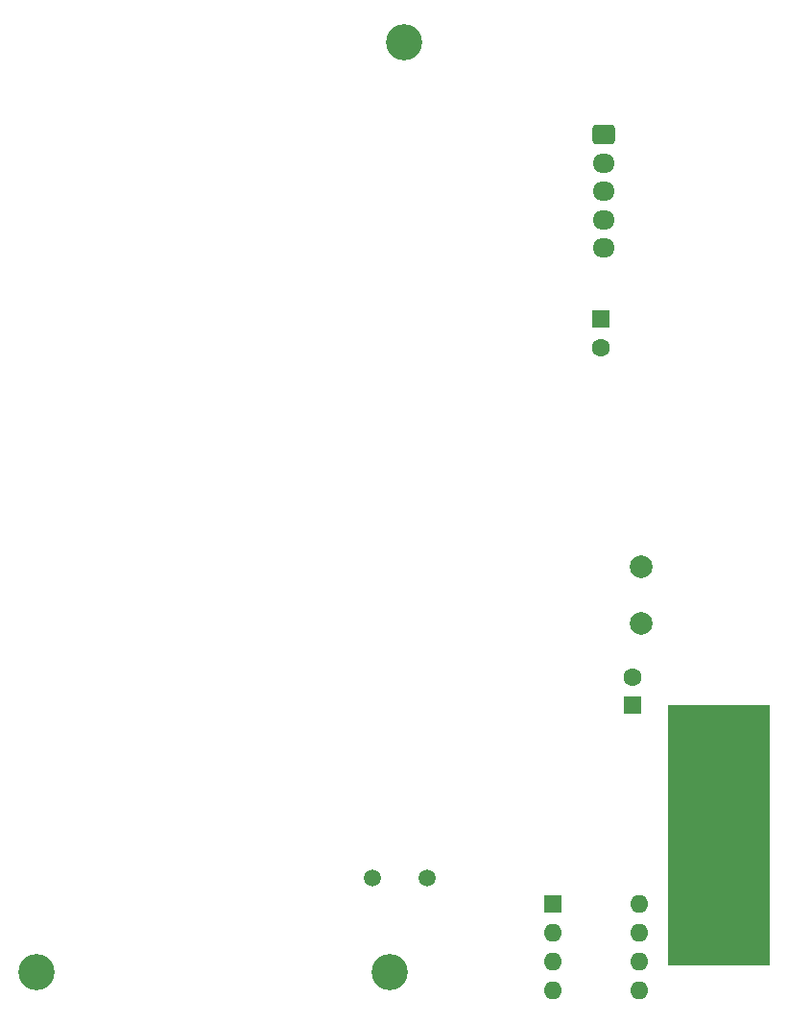
<source format=gbr>
%TF.GenerationSoftware,KiCad,Pcbnew,7.0.5*%
%TF.CreationDate,2024-09-11T17:05:46+02:00*%
%TF.ProjectId,ModuleController,4d6f6475-6c65-4436-9f6e-74726f6c6c65,rev?*%
%TF.SameCoordinates,Original*%
%TF.FileFunction,Soldermask,Bot*%
%TF.FilePolarity,Negative*%
%FSLAX46Y46*%
G04 Gerber Fmt 4.6, Leading zero omitted, Abs format (unit mm)*
G04 Created by KiCad (PCBNEW 7.0.5) date 2024-09-11 17:05:46*
%MOMM*%
%LPD*%
G01*
G04 APERTURE LIST*
G04 Aperture macros list*
%AMRoundRect*
0 Rectangle with rounded corners*
0 $1 Rounding radius*
0 $2 $3 $4 $5 $6 $7 $8 $9 X,Y pos of 4 corners*
0 Add a 4 corners polygon primitive as box body*
4,1,4,$2,$3,$4,$5,$6,$7,$8,$9,$2,$3,0*
0 Add four circle primitives for the rounded corners*
1,1,$1+$1,$2,$3*
1,1,$1+$1,$4,$5*
1,1,$1+$1,$6,$7*
1,1,$1+$1,$8,$9*
0 Add four rect primitives between the rounded corners*
20,1,$1+$1,$2,$3,$4,$5,0*
20,1,$1+$1,$4,$5,$6,$7,0*
20,1,$1+$1,$6,$7,$8,$9,0*
20,1,$1+$1,$8,$9,$2,$3,0*%
G04 Aperture macros list end*
%ADD10C,0.100000*%
%ADD11C,2.000000*%
%ADD12C,3.200000*%
%ADD13RoundRect,0.900000X3.384000X-1.132000X3.384000X1.132000X-3.384000X1.132000X-3.384000X-1.132000X0*%
%ADD14O,8.500000X1.524000*%
%ADD15O,1.950000X1.700000*%
%ADD16RoundRect,0.250000X-0.725000X0.600000X-0.725000X-0.600000X0.725000X-0.600000X0.725000X0.600000X0*%
%ADD17C,1.600000*%
%ADD18R,1.600000X1.600000*%
%ADD19C,1.500000*%
%ADD20O,1.600000X1.600000*%
G04 APERTURE END LIST*
D10*
%TO.C,J6*%
X145857000Y-121920000D02*
X154747000Y-121920000D01*
X154747000Y-121920000D02*
X154747000Y-99060000D01*
X154747000Y-99060000D02*
X145857000Y-99060000D01*
X145857000Y-99060000D02*
X145857000Y-121920000D01*
G36*
X145857000Y-121920000D02*
G01*
X154747000Y-121920000D01*
X154747000Y-99060000D01*
X145857000Y-99060000D01*
X145857000Y-121920000D01*
G37*
%TD*%
D11*
%TO.C,F1*%
X143510000Y-91868000D03*
X143510000Y-86868000D03*
%TD*%
D12*
%TO.C,H3*%
X122555000Y-40640000D03*
%TD*%
%TO.C,H2*%
X90170000Y-122555000D03*
%TD*%
%TO.C,H1*%
X121285000Y-122555000D03*
%TD*%
D13*
%TO.C,J6*%
X150209000Y-102870000D03*
D14*
X150175000Y-106680000D03*
X150175000Y-109220000D03*
X150175000Y-111760000D03*
X150175000Y-114300000D03*
X150175000Y-116840000D03*
X150175000Y-119380000D03*
D13*
X150209000Y-102870000D03*
%TD*%
D15*
%TO.C,J1*%
X140208000Y-58768000D03*
X140208000Y-56268000D03*
X140208000Y-53768000D03*
X140208000Y-51268000D03*
D16*
X140208000Y-48768000D03*
%TD*%
D17*
%TO.C,C2*%
X142748000Y-96560000D03*
D18*
X142748000Y-99060000D03*
%TD*%
D19*
%TO.C,Y1*%
X124604000Y-114300000D03*
X119724000Y-114300000D03*
%TD*%
D17*
%TO.C,C1*%
X139954000Y-67524000D03*
D18*
X139954000Y-65024000D03*
%TD*%
D20*
%TO.C,U3*%
X143266000Y-116596000D03*
X143266000Y-119136000D03*
X143266000Y-121676000D03*
X143266000Y-124216000D03*
X135646000Y-124216000D03*
X135646000Y-121676000D03*
X135646000Y-119136000D03*
D18*
X135646000Y-116596000D03*
%TD*%
M02*

</source>
